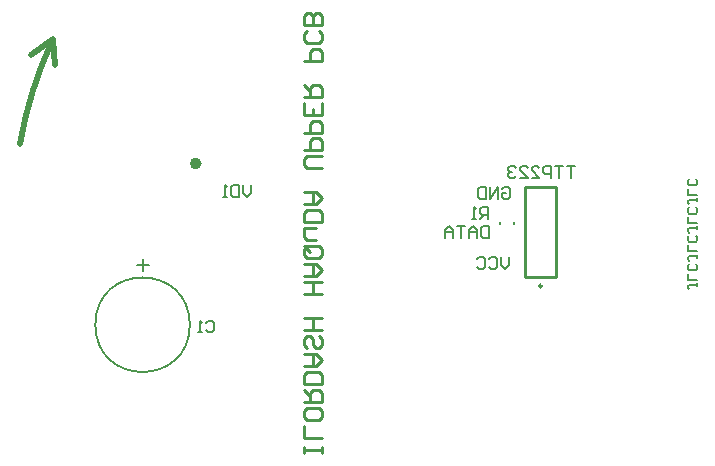
<source format=gbo>
G04*
G04 #@! TF.GenerationSoftware,Altium Limited,Altium Designer,21.7.2 (23)*
G04*
G04 Layer_Color=32896*
%FSLAX25Y25*%
%MOIN*%
G70*
G04*
G04 #@! TF.SameCoordinates,D2632727-04CE-4768-A3A0-452A1BE06696*
G04*
G04*
G04 #@! TF.FilePolarity,Positive*
G04*
G01*
G75*
%ADD49C,0.01000*%
%ADD51C,0.00787*%
%ADD55C,0.01968*%
%ADD56C,0.00591*%
D49*
X32677Y-18032D02*
G03*
X32677Y-18032I-394J0D01*
G01*
X27165Y14882D02*
X37402Y14882D01*
X37402Y-14882D01*
X27165Y-14882D02*
X27165Y14882D01*
X27165Y-14882D02*
X37402Y-14882D01*
X-40640Y-73803D02*
Y-71804D01*
Y-72803D01*
X-46638D01*
Y-73803D01*
Y-71804D01*
X-40640Y-68805D02*
X-46638D01*
Y-64806D01*
X-40640Y-59808D02*
Y-61807D01*
X-41639Y-62807D01*
X-45638D01*
X-46638Y-61807D01*
Y-59808D01*
X-45638Y-58808D01*
X-41639D01*
X-40640Y-59808D01*
X-46638Y-56809D02*
X-40640D01*
Y-53810D01*
X-41639Y-52810D01*
X-43639D01*
X-44638Y-53810D01*
Y-56809D01*
Y-54809D02*
X-46638Y-52810D01*
X-40640Y-50811D02*
X-46638D01*
Y-47812D01*
X-45638Y-46812D01*
X-41639D01*
X-40640Y-47812D01*
Y-50811D01*
X-46638Y-44813D02*
X-42639D01*
X-40640Y-42813D01*
X-42639Y-40814D01*
X-46638D01*
X-43639D01*
Y-44813D01*
X-41639Y-34816D02*
X-40640Y-35815D01*
Y-37815D01*
X-41639Y-38814D01*
X-42639D01*
X-43639Y-37815D01*
Y-35815D01*
X-44638Y-34816D01*
X-45638D01*
X-46638Y-35815D01*
Y-37815D01*
X-45638Y-38814D01*
X-40640Y-32816D02*
X-46638D01*
X-43639D01*
Y-28818D01*
X-40640D01*
X-46638D01*
X-40640Y-20820D02*
X-46638D01*
X-43639D01*
Y-16822D01*
X-40640D01*
X-46638D01*
Y-14822D02*
X-42639D01*
X-40640Y-12823D01*
X-42639Y-10824D01*
X-46638D01*
X-43639D01*
Y-14822D01*
X-45638Y-4826D02*
X-41639D01*
X-40640Y-5825D01*
Y-7824D01*
X-41639Y-8824D01*
X-45638D01*
X-46638Y-7824D01*
Y-5825D01*
X-44638Y-6825D02*
X-46638Y-4826D01*
Y-5825D02*
X-45638Y-4826D01*
X-42639Y-2826D02*
X-45638D01*
X-46638Y-1826D01*
Y1173D01*
X-42639D01*
X-40640Y3172D02*
X-46638D01*
Y6171D01*
X-45638Y7171D01*
X-41639D01*
X-40640Y6171D01*
Y3172D01*
X-46638Y9170D02*
X-42639D01*
X-40640Y11169D01*
X-42639Y13169D01*
X-46638D01*
X-43639D01*
Y9170D01*
X-40640Y21166D02*
X-45638D01*
X-46638Y22166D01*
Y24165D01*
X-45638Y25165D01*
X-40640D01*
X-46638Y27164D02*
X-40640D01*
Y30163D01*
X-41639Y31163D01*
X-43639D01*
X-44638Y30163D01*
Y27164D01*
X-46638Y33162D02*
X-40640D01*
Y36161D01*
X-41639Y37161D01*
X-43639D01*
X-44638Y36161D01*
Y33162D01*
X-40640Y43159D02*
Y39160D01*
X-46638D01*
Y43159D01*
X-43639Y39160D02*
Y41160D01*
X-46638Y45158D02*
X-40640D01*
Y48157D01*
X-41639Y49157D01*
X-43639D01*
X-44638Y48157D01*
Y45158D01*
Y47158D02*
X-46638Y49157D01*
Y57155D02*
X-40640D01*
Y60154D01*
X-41639Y61153D01*
X-43639D01*
X-44638Y60154D01*
Y57155D01*
X-41639Y67151D02*
X-40640Y66152D01*
Y64152D01*
X-41639Y63152D01*
X-45638D01*
X-46638Y64152D01*
Y66152D01*
X-45638Y67151D01*
X-40640Y69151D02*
X-46638D01*
Y72150D01*
X-45638Y73149D01*
X-44638D01*
X-43639Y72150D01*
Y69151D01*
Y72150D01*
X-42639Y73149D01*
X-41639D01*
X-40640Y72150D01*
Y69151D01*
D51*
X-84646Y-30906D02*
G03*
X-84646Y-30906I-15748J0D01*
G01*
X23425Y2559D02*
X23425Y3347D01*
X18898Y3347D02*
X18898Y2559D01*
X43701Y22046D02*
X41077D01*
X42389D01*
Y18110D01*
X39765Y22046D02*
X37141D01*
X38453D01*
Y18110D01*
X35829D02*
Y22046D01*
X33861D01*
X33206Y21390D01*
Y20078D01*
X33861Y19422D01*
X35829D01*
X29270Y18110D02*
X31894D01*
X29270Y20734D01*
Y21390D01*
X29926Y22046D01*
X31238D01*
X31894Y21390D01*
X25334Y18110D02*
X27958D01*
X25334Y20734D01*
Y21390D01*
X25990Y22046D01*
X27302D01*
X27958Y21390D01*
X24022D02*
X23366Y22046D01*
X22054D01*
X21398Y21390D01*
Y20734D01*
X22054Y20078D01*
X22710D01*
X22054D01*
X21398Y19422D01*
Y18766D01*
X22054Y18110D01*
X23366D01*
X24022Y18766D01*
X21654Y-8269D02*
Y-10893D01*
X20342Y-12205D01*
X19030Y-10893D01*
Y-8269D01*
X15094Y-8925D02*
X15750Y-8269D01*
X17062D01*
X17718Y-8925D01*
Y-11549D01*
X17062Y-12205D01*
X15750D01*
X15094Y-11549D01*
X11158Y-8925D02*
X11814Y-8269D01*
X13126D01*
X13782Y-8925D01*
Y-11549D01*
X13126Y-12205D01*
X11814D01*
X11158Y-11549D01*
X14961Y1967D02*
Y-1969D01*
X12993D01*
X12337Y-1313D01*
Y1311D01*
X12993Y1967D01*
X14961D01*
X11025Y-1969D02*
Y655D01*
X9713Y1967D01*
X8401Y655D01*
Y-1969D01*
Y-1D01*
X11025D01*
X7089Y1967D02*
X4465D01*
X5777D01*
Y-1969D01*
X3153D02*
Y655D01*
X1842Y1967D01*
X530Y655D01*
Y-1969D01*
Y-1D01*
X3153D01*
X19423Y14303D02*
X20079Y14959D01*
X21391D01*
X22047Y14303D01*
Y11680D01*
X21391Y11024D01*
X20079D01*
X19423Y11680D01*
Y12991D01*
X20735D01*
X18112Y11024D02*
Y14959D01*
X15488Y11024D01*
Y14959D01*
X14176D02*
Y11024D01*
X12208D01*
X11552Y11680D01*
Y14303D01*
X12208Y14959D01*
X14176D01*
X-79134Y-30184D02*
X-78478Y-29528D01*
X-77166D01*
X-76510Y-30184D01*
Y-32808D01*
X-77166Y-33464D01*
X-78478D01*
X-79134Y-32808D01*
X-80446Y-33464D02*
X-81758D01*
X-81102D01*
Y-29528D01*
X-80446Y-30184D01*
X-64306Y15747D02*
Y13124D01*
X-65618Y11812D01*
X-66930Y13124D01*
Y15747D01*
X-68242D02*
Y11812D01*
X-70210D01*
X-70865Y12468D01*
Y15091D01*
X-70210Y15747D01*
X-68242D01*
X-72177Y11812D02*
X-73489D01*
X-72833D01*
Y15747D01*
X-72177Y15091D01*
X14829Y4331D02*
Y8267D01*
X12861D01*
X12205Y7611D01*
Y6299D01*
X12861Y5643D01*
X14829D01*
X13517D02*
X12205Y4331D01*
X10893D02*
X9581D01*
X10237D01*
Y8267D01*
X10893Y7611D01*
D55*
X-130315Y64173D02*
G03*
X-141256Y29401I124816J-58382D01*
G01*
X-81693Y22835D02*
G03*
X-81693Y22835I-984J0D01*
G01*
X-130302Y64059D02*
X-129750Y55776D01*
X-137726Y58863D02*
X-130315Y64173D01*
D56*
X84448Y-16995D02*
Y-18045D01*
Y-17520D01*
X81824D01*
X81299Y-18045D01*
Y-18570D01*
X81824Y-19094D01*
X84448Y-15946D02*
X81299D01*
Y-13847D01*
X83923Y-10698D02*
X84448Y-11223D01*
Y-12273D01*
X83923Y-12797D01*
X81824D01*
X81299Y-12273D01*
Y-11223D01*
X81824Y-10698D01*
X84448Y-7550D02*
Y-8599D01*
Y-8074D01*
X81824D01*
X81299Y-8599D01*
Y-9124D01*
X81824Y-9649D01*
X84448Y-6500D02*
X81299D01*
Y-4401D01*
X83923Y-1252D02*
X84448Y-1777D01*
Y-2827D01*
X83923Y-3352D01*
X81824D01*
X81299Y-2827D01*
Y-1777D01*
X81824Y-1252D01*
X84448Y1896D02*
Y847D01*
Y1371D01*
X81824D01*
X81299Y847D01*
Y322D01*
X81824Y-203D01*
X84448Y2946D02*
X81299D01*
Y5045D01*
X83923Y8193D02*
X84448Y7668D01*
Y6619D01*
X83923Y6094D01*
X81824D01*
X81299Y6619D01*
Y7668D01*
X81824Y8193D01*
X84448Y11342D02*
Y10292D01*
Y10817D01*
X81824D01*
X81299Y10292D01*
Y9768D01*
X81824Y9243D01*
X84448Y12391D02*
X81299D01*
Y14491D01*
X83923Y17639D02*
X84448Y17114D01*
Y16065D01*
X83923Y15540D01*
X81824D01*
X81299Y16065D01*
Y17114D01*
X81824Y17639D01*
X-100346Y-9055D02*
Y-12991D01*
X-102313Y-11023D02*
X-98378D01*
M02*

</source>
